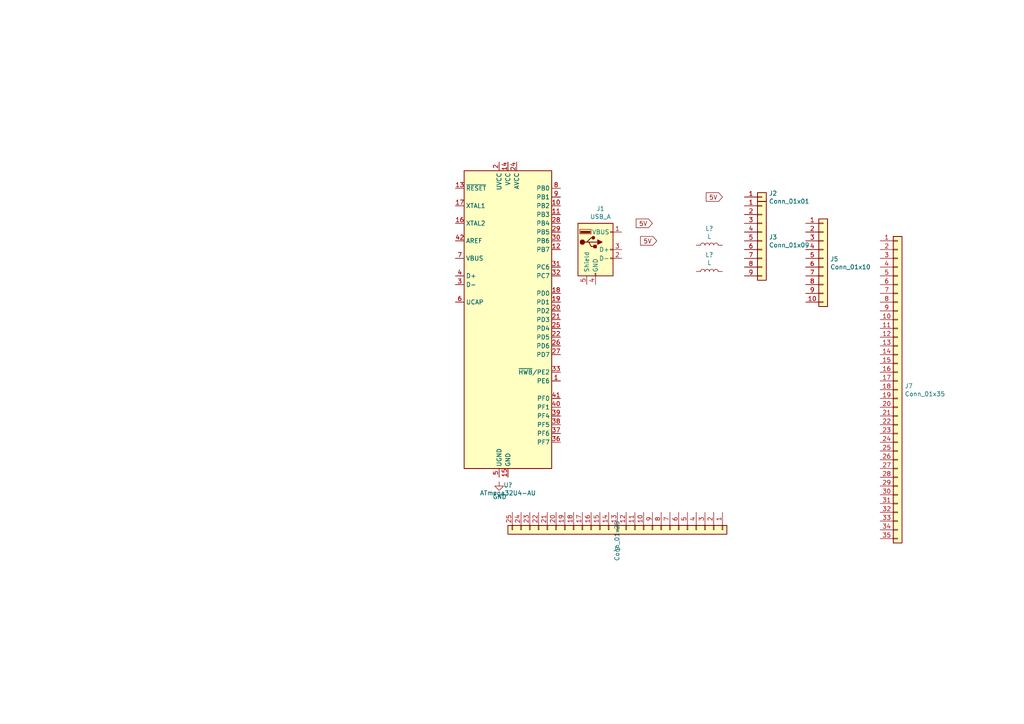
<source format=kicad_sch>
(kicad_sch (version 20211123) (generator eeschema)
  (paper "A4")
  (lib_symbols
    (symbol "Connector:USB_A" (pin_names (offset 1.016))
      (property "Reference" "J" (at -5.08 11.43 0))
      (property "Value" "USB_A" (at -5.08 8.89 0))
      (symbol "USB_A_0_1"
        (rectangle (start -5.08 -7.62) (end 5.08 7.62) (stroke (width 0.254)) (fill (type background)))
        (circle (center -3.81 2.159) (radius 0.635) (stroke (width 0.254)) (fill (type outline)))
        (rectangle (start -1.524 4.826) (end -4.318 5.334) (fill (type outline)))
        (rectangle (start -1.27 4.572) (end -4.572 5.842))
        (circle (center -0.635 3.429) (radius 0.381) (stroke (width 0.254)) (fill (type outline)))
        (rectangle (start -0.127 -7.62) (end 0.127 -6.858))
        (polyline (pts (xy -3.175 2.159) (xy -2.54 2.159) (xy -1.27 3.429) (xy -0.635 3.429)) (stroke (width 0.254)))
        (polyline (pts (xy -2.54 2.159) (xy -1.905 2.159) (xy -1.27 0.889) (xy 0 0.889)) (stroke (width 0.254)))
        (polyline (pts (xy 0.635 2.794) (xy 0.635 1.524) (xy 1.905 2.159) (xy 0.635 2.794)) (stroke (width 0.254)) (fill (type outline)))
        (rectangle (start 0.254 1.27) (end -0.508 0.508) (stroke (width 0.254)) (fill (type outline)))
        (rectangle (start 5.08 -2.667) (end 4.318 -2.413))
        (rectangle (start 5.08 -0.127) (end 4.318 0.127))
        (rectangle (start 5.08 4.953) (end 4.318 5.207))
      )
      (symbol "USB_A_1_1"
        (polyline (pts (xy -1.905 2.159) (xy 0.635 2.159)) (stroke (width 0.254)))
        (pin power_in line (at 7.62 5.08 180) (length 2.54) (name "VBUS") (number "1"))
        (pin bidirectional line (at 7.62 -2.54 180) (length 2.54) (name "D-") (number "2"))
        (pin bidirectional line (at 7.62 0 180) (length 2.54) (name "D+") (number "3"))
        (pin power_in line (at 0 -10.16 90) (length 2.54) (name "GND") (number "4"))
        (pin passive line (at -2.54 -10.16 90) (length 2.54) (name "Shield") (number "5"))
      )
    )
    (symbol "Connector_Generic:Conn_01x01" (pin_names (offset 1.016) hide)
      (property "Reference" "J" (at 0 2.54 0))
      (property "Value" "Conn_01x01" (at 0 -2.54 0))
      (symbol "Conn_01x01_1_1"
        (rectangle (start -1.27 0.127) (end 0 -0.127) (stroke (width 0.1524)))
        (rectangle (start -1.27 1.27) (end 1.27 -1.27) (stroke (width 0.254)) (fill (type background)))
        (pin passive line (at -5.08 0 0) (length 3.81) (name "Pin_1") (number "1"))
      )
    )
    (symbol "Connector_Generic:Conn_01x09" (pin_names (offset 1.016) hide)
      (property "Reference" "J" (at 0 12.7 0))
      (property "Value" "Conn_01x09" (at 0 -12.7 0))
      (symbol "Conn_01x09_1_1"
        (rectangle (start -1.27 -10.033) (end 0 -10.287) (stroke (width 0.1524)))
        (rectangle (start -1.27 -7.493) (end 0 -7.747) (stroke (width 0.1524)))
        (rectangle (start -1.27 -4.953) (end 0 -5.207) (stroke (width 0.1524)))
        (rectangle (start -1.27 -2.413) (end 0 -2.667) (stroke (width 0.1524)))
        (rectangle (start -1.27 0.127) (end 0 -0.127) (stroke (width 0.1524)))
        (rectangle (start -1.27 2.667) (end 0 2.413) (stroke (width 0.1524)))
        (rectangle (start -1.27 5.207) (end 0 4.953) (stroke (width 0.1524)))
        (rectangle (start -1.27 7.747) (end 0 7.493) (stroke (width 0.1524)))
        (rectangle (start -1.27 10.287) (end 0 10.033) (stroke (width 0.1524)))
        (rectangle (start -1.27 11.43) (end 1.27 -11.43) (stroke (width 0.254)) (fill (type background)))
        (pin passive line (at -5.08 10.16 0) (length 3.81) (name "Pin_1") (number "1"))
        (pin passive line (at -5.08 7.62 0) (length 3.81) (name "Pin_2") (number "2"))
        (pin passive line (at -5.08 5.08 0) (length 3.81) (name "Pin_3") (number "3"))
        (pin passive line (at -5.08 2.54 0) (length 3.81) (name "Pin_4") (number "4"))
        (pin passive line (at -5.08 0 0) (length 3.81) (name "Pin_5") (number "5"))
        (pin passive line (at -5.08 -2.54 0) (length 3.81) (name "Pin_6") (number "6"))
        (pin passive line (at -5.08 -5.08 0) (length 3.81) (name "Pin_7") (number "7"))
        (pin passive line (at -5.08 -7.62 0) (length 3.81) (name "Pin_8") (number "8"))
        (pin passive line (at -5.08 -10.16 0) (length 3.81) (name "Pin_9") (number "9"))
      )
    )
    (symbol "Connector_Generic:Conn_01x10" (pin_names (offset 1.016) hide)
      (property "Reference" "J" (at 0 12.7 0))
      (property "Value" "Conn_01x10" (at 0 -15.24 0))
      (symbol "Conn_01x10_1_1"
        (rectangle (start -1.27 -12.573) (end 0 -12.827) (stroke (width 0.1524)))
        (rectangle (start -1.27 -10.033) (end 0 -10.287) (stroke (width 0.1524)))
        (rectangle (start -1.27 -7.493) (end 0 -7.747) (stroke (width 0.1524)))
        (rectangle (start -1.27 -4.953) (end 0 -5.207) (stroke (width 0.1524)))
        (rectangle (start -1.27 -2.413) (end 0 -2.667) (stroke (width 0.1524)))
        (rectangle (start -1.27 0.127) (end 0 -0.127) (stroke (width 0.1524)))
        (rectangle (start -1.27 2.667) (end 0 2.413) (stroke (width 0.1524)))
        (rectangle (start -1.27 5.207) (end 0 4.953) (stroke (width 0.1524)))
        (rectangle (start -1.27 7.747) (end 0 7.493) (stroke (width 0.1524)))
        (rectangle (start -1.27 10.287) (end 0 10.033) (stroke (width 0.1524)))
        (rectangle (start -1.27 11.43) (end 1.27 -13.97) (stroke (width 0.254)) (fill (type background)))
        (pin passive line (at -5.08 10.16 0) (length 3.81) (name "Pin_1") (number "1"))
        (pin passive line (at -5.08 -12.7 0) (length 3.81) (name "Pin_10") (number "10"))
        (pin passive line (at -5.08 7.62 0) (length 3.81) (name "Pin_2") (number "2"))
        (pin passive line (at -5.08 5.08 0) (length 3.81) (name "Pin_3") (number "3"))
        (pin passive line (at -5.08 2.54 0) (length 3.81) (name "Pin_4") (number "4"))
        (pin passive line (at -5.08 0 0) (length 3.81) (name "Pin_5") (number "5"))
        (pin passive line (at -5.08 -2.54 0) (length 3.81) (name "Pin_6") (number "6"))
        (pin passive line (at -5.08 -5.08 0) (length 3.81) (name "Pin_7") (number "7"))
        (pin passive line (at -5.08 -7.62 0) (length 3.81) (name "Pin_8") (number "8"))
        (pin passive line (at -5.08 -10.16 0) (length 3.81) (name "Pin_9") (number "9"))
      )
    )
    (symbol "Connector_Generic:Conn_01x25" (pin_names (offset 1.016) hide)
      (property "Reference" "J" (at 0 33.02 0))
      (property "Value" "Conn_01x25" (at 0 -33.02 0))
      (symbol "Conn_01x25_1_1"
        (rectangle (start -1.27 -30.353) (end 0 -30.607) (stroke (width 0.1524)))
        (rectangle (start -1.27 -27.813) (end 0 -28.067) (stroke (width 0.1524)))
        (rectangle (start -1.27 -25.273) (end 0 -25.527) (stroke (width 0.1524)))
        (rectangle (start -1.27 -22.733) (end 0 -22.987) (stroke (width 0.1524)))
        (rectangle (start -1.27 -20.193) (end 0 -20.447) (stroke (width 0.1524)))
        (rectangle (start -1.27 -17.653) (end 0 -17.907) (stroke (width 0.1524)))
        (rectangle (start -1.27 -15.113) (end 0 -15.367) (stroke (width 0.1524)))
        (rectangle (start -1.27 -12.573) (end 0 -12.827) (stroke (width 0.1524)))
        (rectangle (start -1.27 -10.033) (end 0 -10.287) (stroke (width 0.1524)))
        (rectangle (start -1.27 -7.493) (end 0 -7.747) (stroke (width 0.1524)))
        (rectangle (start -1.27 -4.953) (end 0 -5.207) (stroke (width 0.1524)))
        (rectangle (start -1.27 -2.413) (end 0 -2.667) (stroke (width 0.1524)))
        (rectangle (start -1.27 0.127) (end 0 -0.127) (stroke (width 0.1524)))
        (rectangle (start -1.27 2.667) (end 0 2.413) (stroke (width 0.1524)))
        (rectangle (start -1.27 5.207) (end 0 4.953) (stroke (width 0.1524)))
        (rectangle (start -1.27 7.747) (end 0 7.493) (stroke (width 0.1524)))
        (rectangle (start -1.27 10.287) (end 0 10.033) (stroke (width 0.1524)))
        (rectangle (start -1.27 12.827) (end 0 12.573) (stroke (width 0.1524)))
        (rectangle (start -1.27 15.367) (end 0 15.113) (stroke (width 0.1524)))
        (rectangle (start -1.27 17.907) (end 0 17.653) (stroke (width 0.1524)))
        (rectangle (start -1.27 20.447) (end 0 20.193) (stroke (width 0.1524)))
        (rectangle (start -1.27 22.987) (end 0 22.733) (stroke (width 0.1524)))
        (rectangle (start -1.27 25.527) (end 0 25.273) (stroke (width 0.1524)))
        (rectangle (start -1.27 28.067) (end 0 27.813) (stroke (width 0.1524)))
        (rectangle (start -1.27 30.607) (end 0 30.353) (stroke (width 0.1524)))
        (rectangle (start -1.27 31.75) (end 1.27 -31.75) (stroke (width 0.254)) (fill (type background)))
        (pin passive line (at -5.08 30.48 0) (length 3.81) (name "Pin_1") (number "1"))
        (pin passive line (at -5.08 7.62 0) (length 3.81) (name "Pin_10") (number "10"))
        (pin passive line (at -5.08 5.08 0) (length 3.81) (name "Pin_11") (number "11"))
        (pin passive line (at -5.08 2.54 0) (length 3.81) (name "Pin_12") (number "12"))
        (pin passive line (at -5.08 0 0) (length 3.81) (name "Pin_13") (number "13"))
        (pin passive line (at -5.08 -2.54 0) (length 3.81) (name "Pin_14") (number "14"))
        (pin passive line (at -5.08 -5.08 0) (length 3.81) (name "Pin_15") (number "15"))
        (pin passive line (at -5.08 -7.62 0) (length 3.81) (name "Pin_16") (number "16"))
        (pin passive line (at -5.08 -10.16 0) (length 3.81) (name "Pin_17") (number "17"))
        (pin passive line (at -5.08 -12.7 0) (length 3.81) (name "Pin_18") (number "18"))
        (pin passive line (at -5.08 -15.24 0) (length 3.81) (name "Pin_19") (number "19"))
        (pin passive line (at -5.08 27.94 0) (length 3.81) (name "Pin_2") (number "2"))
        (pin passive line (at -5.08 -17.78 0) (length 3.81) (name "Pin_20") (number "20"))
        (pin passive line (at -5.08 -20.32 0) (length 3.81) (name "Pin_21") (number "21"))
        (pin passive line (at -5.08 -22.86 0) (length 3.81) (name "Pin_22") (number "22"))
        (pin passive line (at -5.08 -25.4 0) (length 3.81) (name "Pin_23") (number "23"))
        (pin passive line (at -5.08 -27.94 0) (length 3.81) (name "Pin_24") (number "24"))
        (pin passive line (at -5.08 -30.48 0) (length 3.81) (name "Pin_25") (number "25"))
        (pin passive line (at -5.08 25.4 0) (length 3.81) (name "Pin_3") (number "3"))
        (pin passive line (at -5.08 22.86 0) (length 3.81) (name "Pin_4") (number "4"))
        (pin passive line (at -5.08 20.32 0) (length 3.81) (name "Pin_5") (number "5"))
        (pin passive line (at -5.08 17.78 0) (length 3.81) (name "Pin_6") (number "6"))
        (pin passive line (at -5.08 15.24 0) (length 3.81) (name "Pin_7") (number "7"))
        (pin passive line (at -5.08 12.7 0) (length 3.81) (name "Pin_8") (number "8"))
        (pin passive line (at -5.08 10.16 0) (length 3.81) (name "Pin_9") (number "9"))
      )
    )
    (symbol "Connector_Generic:Conn_01x35" (pin_names (offset 1.016) hide)
      (property "Reference" "J" (at 0 45.72 0))
      (property "Value" "Conn_01x35" (at 0 -45.72 0))
      (symbol "Conn_01x35_1_1"
        (rectangle (start -1.27 -43.053) (end 0 -43.307) (stroke (width 0.1524)))
        (rectangle (start -1.27 -40.513) (end 0 -40.767) (stroke (width 0.1524)))
        (rectangle (start -1.27 -37.973) (end 0 -38.227) (stroke (width 0.1524)))
        (rectangle (start -1.27 -35.433) (end 0 -35.687) (stroke (width 0.1524)))
        (rectangle (start -1.27 -32.893) (end 0 -33.147) (stroke (width 0.1524)))
        (rectangle (start -1.27 -30.353) (end 0 -30.607) (stroke (width 0.1524)))
        (rectangle (start -1.27 -27.813) (end 0 -28.067) (stroke (width 0.1524)))
        (rectangle (start -1.27 -25.273) (end 0 -25.527) (stroke (width 0.1524)))
        (rectangle (start -1.27 -22.733) (end 0 -22.987) (stroke (width 0.1524)))
        (rectangle (start -1.27 -20.193) (end 0 -20.447) (stroke (width 0.1524)))
        (rectangle (start -1.27 -17.653) (end 0 -17.907) (stroke (width 0.1524)))
        (rectangle (start -1.27 -15.113) (end 0 -15.367) (stroke (width 0.1524)))
        (rectangle (start -1.27 -12.573) (end 0 -12.827) (stroke (width 0.1524)))
        (rectangle (start -1.27 -10.033) (end 0 -10.287) (stroke (width 0.1524)))
        (rectangle (start -1.27 -7.493) (end 0 -7.747) (stroke (width 0.1524)))
        (rectangle (start -1.27 -4.953) (end 0 -5.207) (stroke (width 0.1524)))
        (rectangle (start -1.27 -2.413) (end 0 -2.667) (stroke (width 0.1524)))
        (rectangle (start -1.27 0.127) (end 0 -0.127) (stroke (width 0.1524)))
        (rectangle (start -1.27 2.667) (end 0 2.413) (stroke (width 0.1524)))
        (rectangle (start -1.27 5.207) (end 0 4.953) (stroke (width 0.1524)))
        (rectangle (start -1.27 7.747) (end 0 7.493) (stroke (width 0.1524)))
        (rectangle (start -1.27 10.287) (end 0 10.033) (stroke (width 0.1524)))
        (rectangle (start -1.27 12.827) (end 0 12.573) (stroke (width 0.1524)))
        (rectangle (start -1.27 15.367) (end 0 15.113) (stroke (width 0.1524)))
        (rectangle (start -1.27 17.907) (end 0 17.653) (stroke (width 0.1524)))
        (rectangle (start -1.27 20.447) (end 0 20.193) (stroke (width 0.1524)))
        (rectangle (start -1.27 22.987) (end 0 22.733) (stroke (width 0.1524)))
        (rectangle (start -1.27 25.527) (end 0 25.273) (stroke (width 0.1524)))
        (rectangle (start -1.27 28.067) (end 0 27.813) (stroke (width 0.1524)))
        (rectangle (start -1.27 30.607) (end 0 30.353) (stroke (width 0.1524)))
        (rectangle (start -1.27 33.147) (end 0 32.893) (stroke (width 0.1524)))
        (rectangle (start -1.27 35.687) (end 0 35.433) (stroke (width 0.1524)))
        (rectangle (start -1.27 38.227) (end 0 37.973) (stroke (width 0.1524)))
        (rectangle (start -1.27 40.767) (end 0 40.513) (stroke (width 0.1524)))
        (rectangle (start -1.27 43.307) (end 0 43.053) (stroke (width 0.1524)))
        (rectangle (start -1.27 44.45) (end 1.27 -44.45) (stroke (width 0.254)) (fill (type background)))
        (pin passive line (at -5.08 43.18 0) (length 3.81) (name "Pin_1") (number "1"))
        (pin passive line (at -5.08 20.32 0) (length 3.81) (name "Pin_10") (number "10"))
        (pin passive line (at -5.08 17.78 0) (length 3.81) (name "Pin_11") (number "11"))
        (pin passive line (at -5.08 15.24 0) (length 3.81) (name "Pin_12") (number "12"))
        (pin passive line (at -5.08 12.7 0) (length 3.81) (name "Pin_13") (number "13"))
        (pin passive line (at -5.08 10.16 0) (length 3.81) (name "Pin_14") (number "14"))
        (pin passive line (at -5.08 7.62 0) (length 3.81) (name "Pin_15") (number "15"))
        (pin passive line (at -5.08 5.08 0) (length 3.81) (name "Pin_16") (number "16"))
        (pin passive line (at -5.08 2.54 0) (length 3.81) (name "Pin_17") (number "17"))
        (pin passive line (at -5.08 0 0) (length 3.81) (name "Pin_18") (number "18"))
        (pin passive line (at -5.08 -2.54 0) (length 3.81) (name "Pin_19") (number "19"))
        (pin passive line (at -5.08 40.64 0) (length 3.81) (name "Pin_2") (number "2"))
        (pin passive line (at -5.08 -5.08 0) (length 3.81) (name "Pin_20") (number "20"))
        (pin passive line (at -5.08 -7.62 0) (length 3.81) (name "Pin_21") (number "21"))
        (pin passive line (at -5.08 -10.16 0) (length 3.81) (name "Pin_22") (number "22"))
        (pin passive line (at -5.08 -12.7 0) (length 3.81) (name "Pin_23") (number "23"))
        (pin passive line (at -5.08 -15.24 0) (length 3.81) (name "Pin_24") (number "24"))
        (pin passive line (at -5.08 -17.78 0) (length 3.81) (name "Pin_25") (number "25"))
        (pin passive line (at -5.08 -20.32 0) (length 3.81) (name "Pin_26") (number "26"))
        (pin passive line (at -5.08 -22.86 0) (length 3.81) (name "Pin_27") (number "27"))
        (pin passive line (at -5.08 -25.4 0) (length 3.81) (name "Pin_28") (number "28"))
        (pin passive line (at -5.08 -27.94 0) (length 3.81) (name "Pin_29") (number "29"))
        (pin passive line (at -5.08 38.1 0) (length 3.81) (name "Pin_3") (number "3"))
        (pin passive line (at -5.08 -30.48 0) (length 3.81) (name "Pin_30") (number "30"))
        (pin passive line (at -5.08 -33.02 0) (length 3.81) (name "Pin_31") (number "31"))
        (pin passive line (at -5.08 -35.56 0) (length 3.81) (name "Pin_32") (number "32"))
        (pin passive line (at -5.08 -38.1 0) (length 3.81) (name "Pin_33") (number "33"))
        (pin passive line (at -5.08 -40.64 0) (length 3.81) (name "Pin_34") (number "34"))
        (pin passive line (at -5.08 -43.18 0) (length 3.81) (name "Pin_35") (number "35"))
        (pin passive line (at -5.08 35.56 0) (length 3.81) (name "Pin_4") (number "4"))
        (pin passive line (at -5.08 33.02 0) (length 3.81) (name "Pin_5") (number "5"))
        (pin passive line (at -5.08 30.48 0) (length 3.81) (name "Pin_6") (number "6"))
        (pin passive line (at -5.08 27.94 0) (length 3.81) (name "Pin_7") (number "7"))
        (pin passive line (at -5.08 25.4 0) (length 3.81) (name "Pin_8") (number "8"))
        (pin passive line (at -5.08 22.86 0) (length 3.81) (name "Pin_9") (number "9"))
      )
    )
    (symbol "Device:L" (pin_numbers hide) (pin_names (offset 1.016) hide)
      (property "Reference" "L" (at -1.27 0 90))
      (property "Value" "L" (at 1.905 0 90))
      (symbol "L_0_1"
        (arc (start 0 -2.54) (mid 0.635 -1.905) (end 0 -1.27))
        (arc (start 0 -1.27) (mid 0.635 -0.635) (end 0 0))
        (arc (start 0 0) (mid 0.635 0.635) (end 0 1.27))
        (arc (start 0 1.27) (mid 0.635 1.905) (end 0 2.54))
      )
      (symbol "L_1_1"
        (pin passive line (at 0 3.81 270) (length 1.27) (name "1") (number "1"))
        (pin passive line (at 0 -3.81 90) (length 1.27) (name "2") (number "2"))
      )
    )
    (symbol "MCU_Microchip_ATmega:ATmega32U4-AU"
      (property "Reference" "U" (at -12.7 44.45 0))
      (property "Value" "MCU_Microchip_ATmega_ATmega32U4-AU" (at 2.54 -44.45 0))
      (symbol "ATmega32U4-AU_0_1"
        (rectangle (start -12.7 -43.18) (end 12.7 43.18) (stroke (width 0.254)) (fill (type background)))
      )
      (symbol "ATmega32U4-AU_1_1"
        (pin bidirectional line (at 15.24 -17.78 180) (length 2.54) (name "PE6") (number "1"))
        (pin bidirectional line (at 15.24 33.02 180) (length 2.54) (name "PB2") (number "10"))
        (pin bidirectional line (at 15.24 30.48 180) (length 2.54) (name "PB3") (number "11"))
        (pin bidirectional line (at 15.24 20.32 180) (length 2.54) (name "PB7") (number "12"))
        (pin input line (at -15.24 38.1 0) (length 2.54) (name "~{RESET}") (number "13"))
        (pin power_in line (at 0 45.72 270) (length 2.54) (name "VCC") (number "14"))
        (pin power_in line (at 0 -45.72 90) (length 2.54) (name "GND") (number "15"))
        (pin output line (at -15.24 27.94 0) (length 2.54) (name "XTAL2") (number "16"))
        (pin input line (at -15.24 33.02 0) (length 2.54) (name "XTAL1") (number "17"))
        (pin bidirectional line (at 15.24 7.62 180) (length 2.54) (name "PD0") (number "18"))
        (pin bidirectional line (at 15.24 5.08 180) (length 2.54) (name "PD1") (number "19"))
        (pin power_in line (at -2.54 45.72 270) (length 2.54) (name "UVCC") (number "2"))
        (pin bidirectional line (at 15.24 2.54 180) (length 2.54) (name "PD2") (number "20"))
        (pin bidirectional line (at 15.24 0 180) (length 2.54) (name "PD3") (number "21"))
        (pin bidirectional line (at 15.24 -5.08 180) (length 2.54) (name "PD5") (number "22"))
        (pin passive line (at 0 -45.72 90) (length 2.54) hide (name "GND") (number "23"))
        (pin power_in line (at 2.54 45.72 270) (length 2.54) (name "AVCC") (number "24"))
        (pin bidirectional line (at 15.24 -2.54 180) (length 2.54) (name "PD4") (number "25"))
        (pin bidirectional line (at 15.24 -7.62 180) (length 2.54) (name "PD6") (number "26"))
        (pin bidirectional line (at 15.24 -10.16 180) (length 2.54) (name "PD7") (number "27"))
        (pin bidirectional line (at 15.24 27.94 180) (length 2.54) (name "PB4") (number "28"))
        (pin bidirectional line (at 15.24 25.4 180) (length 2.54) (name "PB5") (number "29"))
        (pin bidirectional line (at -15.24 10.16 0) (length 2.54) (name "D-") (number "3"))
        (pin bidirectional line (at 15.24 22.86 180) (length 2.54) (name "PB6") (number "30"))
        (pin bidirectional line (at 15.24 15.24 180) (length 2.54) (name "PC6") (number "31"))
        (pin bidirectional line (at 15.24 12.7 180) (length 2.54) (name "PC7") (number "32"))
        (pin bidirectional line (at 15.24 -15.24 180) (length 2.54) (name "~{HWB}/PE2") (number "33"))
        (pin passive line (at 0 45.72 270) (length 2.54) hide (name "VCC") (number "34"))
        (pin passive line (at 0 -45.72 90) (length 2.54) hide (name "GND") (number "35"))
        (pin bidirectional line (at 15.24 -35.56 180) (length 2.54) (name "PF7") (number "36"))
        (pin bidirectional line (at 15.24 -33.02 180) (length 2.54) (name "PF6") (number "37"))
        (pin bidirectional line (at 15.24 -30.48 180) (length 2.54) (name "PF5") (number "38"))
        (pin bidirectional line (at 15.24 -27.94 180) (length 2.54) (name "PF4") (number "39"))
        (pin bidirectional line (at -15.24 12.7 0) (length 2.54) (name "D+") (number "4"))
        (pin bidirectional line (at 15.24 -25.4 180) (length 2.54) (name "PF1") (number "40"))
        (pin bidirectional line (at 15.24 -22.86 180) (length 2.54) (name "PF0") (number "41"))
        (pin passive line (at -15.24 22.86 0) (length 2.54) (name "AREF") (number "42"))
        (pin passive line (at 0 -45.72 90) (length 2.54) hide (name "GND") (number "43"))
        (pin passive line (at 2.54 45.72 270) (length 2.54) hide (name "AVCC") (number "44"))
        (pin passive line (at -2.54 -45.72 90) (length 2.54) (name "UGND") (number "5"))
        (pin passive line (at -15.24 5.08 0) (length 2.54) (name "UCAP") (number "6"))
        (pin input line (at -15.24 17.78 0) (length 2.54) (name "VBUS") (number "7"))
        (pin bidirectional line (at 15.24 38.1 180) (length 2.54) (name "PB0") (number "8"))
        (pin bidirectional line (at 15.24 35.56 180) (length 2.54) (name "PB1") (number "9"))
      )
    )
    (symbol "power:GND" (power) (pin_names (offset 0))
      (property "Value" "GND" (at 0 -3.81 0))
      (symbol "GND_0_1"
        (polyline (pts (xy 0 0) (xy 0 -1.27) (xy 1.27 -1.27) (xy 0 -2.54) (xy -1.27 -1.27) (xy 0 -1.27)))
      )
      (symbol "GND_1_1"
        (pin power_in line (at 0 0 270) (length 0) hide (name "GND") (number "1"))
      )
    )
  )
  (global_label "5V" (shape input) (at 189.23 64.77 180) (property "Intersheet References" "${INTERSHEET_REFS}" (effects hide)))
  (global_label "5V" (shape input) (at 190.5 69.85 180) (property "Intersheet References" "${INTERSHEET_REFS}" (effects hide)))
  (global_label "5V" (shape input) (at 209.55 57.15 180) (property "Intersheet References" "${INTERSHEET_REFS}" (effects hide)))
  (symbol (lib_id "power:GND") (at 144.78 139.7 0) (unit 1)
    (property "Reference" "#PWR0101" (effects hide))
    (property "Value" "GND" (at 144.907 144.0942 0))
  )
  (symbol (lib_id "Connector:USB_A") (at 172.72 72.39 0) (unit 1)
    (property "Reference" "J1" (at 174.1678 60.5282 0))
    (property "Value" "USB_A" (at 174.1678 62.8396 0))
    (property "Footprint" "Connector_USB:USB_A_Molex_67643_Horizontal" (effects hide))
    (property "Datasheet" " ~" (effects hide))
  )
  (symbol (lib_id "Connector_Generic:Conn_01x01") (at 220.98 57.15 0) (unit 1)
    (property "Reference" "J2" (at 223.012 56.0832 0) (effects (justify left)))
    (property "Value" "Conn_01x01" (at 223.012 58.3946 0) (effects (justify left)))
    (property "Footprint" "TestPoint:TestPoint_Pad_1.0x1.0mm" (effects hide))
  )
  (symbol (lib_id "Connector_Generic:Conn_01x09") (at 220.98 69.85 0) (unit 1)
    (property "Reference" "J3" (at 223.012 68.7832 0) (effects (justify left)))
    (property "Value" "Conn_01x09" (at 223.012 71.0946 0) (effects (justify left)))
  )
  (symbol (lib_id "Connector_Generic:Conn_01x10") (at 238.76 74.93 0) (unit 1)
    (property "Reference" "J5" (at 240.792 75.1332 0) (effects (justify left)))
    (property "Value" "Conn_01x10" (at 240.792 77.4446 0) (effects (justify left)))
  )
  (symbol (lib_id "Connector_Generic:Conn_01x25") (at 179.07 153.67 270) (unit 1)
    (property "Reference" "J4" (at 178.9684 159.1818 90))
    (property "Value" "Conn_01x25" (at 178.9684 156.8704 0))
  )
  (symbol (lib_id "Connector_Generic:Conn_01x35") (at 260.35 113.03 0) (unit 1)
    (property "Reference" "J7" (at 262.382 111.9632 0) (effects (justify left)))
    (property "Value" "Conn_01x35" (at 262.382 114.2746 0) (effects (justify left)))
  )
  (symbol (lib_id "Device:L") (at 205.74 71.12 90) (unit 1)
    (property "Reference" "L?" (at 205.74 66.294 90))
    (property "Value" "L" (at 205.74 68.6054 90))
  )
  (symbol (lib_id "Device:L") (at 205.74 78.74 90) (unit 1)
    (property "Reference" "L?" (at 205.74 73.914 90))
    (property "Value" "L" (at 205.74 76.2254 90))
  )
  (symbol (lib_id "MCU_Microchip_ATmega:ATmega32U4-AU") (at 147.32 92.71 0) (unit 1)
    (property "Reference" "U?" (at 147.32 140.6906 0))
    (property "Value" "ATmega32U4-AU" (at 147.32 143.002 0))
    (property "Footprint" "Package_QFP:TQFP-44_10x10mm_P0.8mm" (effects hide))
    (property "Datasheet" "http://ww1.microchip.com/downloads/en/DeviceDoc/Atmel-7766-8-bit-AVR-ATmega16U4-32U4_Datasheet.pdf" (effects hide))
  )
)
</source>
